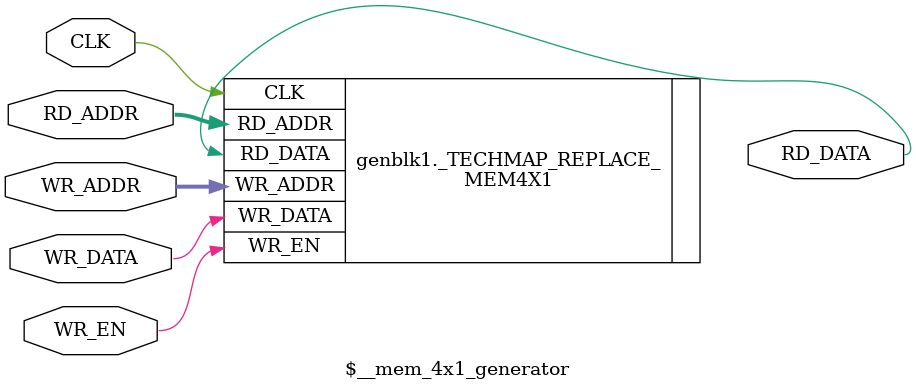
<source format=v>

module \$mem (RD_CLK, RD_EN, RD_ADDR, RD_DATA, WR_CLK, WR_EN, WR_ADDR, WR_DATA);
	parameter MEMID = "";
	parameter SIZE = 256;
	parameter OFFSET = 0;
	parameter ABITS = 8;
	parameter WIDTH = 8;
	parameter signed INIT = 1'bx;

	parameter RD_PORTS = 1;
	parameter RD_CLK_ENABLE = 1'b1;
	parameter RD_CLK_POLARITY = 1'b1;
	parameter RD_TRANSPARENT = 1'b1;

	parameter WR_PORTS = 1;
	parameter WR_CLK_ENABLE = 1'b1;
	parameter WR_CLK_POLARITY = 1'b1;

	input [RD_PORTS-1:0] RD_CLK;
	input [RD_PORTS-1:0] RD_EN;
	input [RD_PORTS*ABITS-1:0] RD_ADDR;
	output reg [RD_PORTS*WIDTH-1:0] RD_DATA;

	input [WR_PORTS-1:0] WR_CLK;
	input [WR_PORTS*WIDTH-1:0] WR_EN;
	input [WR_PORTS*ABITS-1:0] WR_ADDR;
	input [WR_PORTS*WIDTH-1:0] WR_DATA;

	wire [1023:0] _TECHMAP_DO_ = "proc; clean";

	parameter _TECHMAP_CONNMAP_RD_CLK_ = 0;
	parameter _TECHMAP_CONNMAP_WR_CLK_ = 0;

	parameter _TECHMAP_CONSTVAL_RD_EN_ = 0;

	parameter _TECHMAP_BITS_CONNMAP_ = 0;
	parameter _TECHMAP_CONNMAP_WR_EN_ = 0;

	reg _TECHMAP_FAIL_;
	integer k;
	initial begin
		_TECHMAP_FAIL_ <= 0;

		// no initialized memories
		if (INIT !== 1'bx)
			_TECHMAP_FAIL_ <= 1;

		// only map cells with only one read and one write port
		if (RD_PORTS > 1 || WR_PORTS > 1)
			_TECHMAP_FAIL_ <= 1;

		// read enable must be constant high
		if (_TECHMAP_CONSTVAL_RD_EN_[0] !== 1'b1)
			_TECHMAP_FAIL_ <= 1;

		// we expect positive read clock and non-transparent reads
		if (RD_TRANSPARENT || !RD_CLK_ENABLE || !RD_CLK_POLARITY)
			_TECHMAP_FAIL_ <= 1;

		// we expect positive write clock
		if (!WR_CLK_ENABLE || !WR_CLK_POLARITY)
			_TECHMAP_FAIL_ <= 1;

		// only one global write enable bit is supported
		for (k = 1; k < WR_PORTS*WIDTH; k = k+1)
			if (_TECHMAP_CONNMAP_WR_EN_[0 +: _TECHMAP_BITS_CONNMAP_] !=
					_TECHMAP_CONNMAP_WR_EN_[k*_TECHMAP_BITS_CONNMAP_ +: _TECHMAP_BITS_CONNMAP_])
				_TECHMAP_FAIL_ <= 1;

		// read and write must be in same clock domain
		if (_TECHMAP_CONNMAP_RD_CLK_ != _TECHMAP_CONNMAP_WR_CLK_)
			_TECHMAP_FAIL_ <= 1;

		// we don't do small memories or memories with offsets
		if (OFFSET != 0 || ABITS < 4 || SIZE < 16)
			_TECHMAP_FAIL_ <= 1;
	end

	genvar i;
	generate
	  for (i = 0; i < WIDTH; i=i+1) begin:slice
		\$__mem_4x1_generator #(
			.ABITS(ABITS),
			.SIZE(SIZE)
		) bit_slice (
			.CLK(RD_CLK),
			.RD_ADDR(RD_ADDR),
			.RD_DATA(RD_DATA[i]),
			.WR_ADDR(WR_ADDR),
			.WR_DATA(WR_DATA[i]),
			.WR_EN(WR_EN[0])
		);
	  end
	endgenerate
endmodule

module \$__mem_4x1_generator (CLK, RD_ADDR, RD_DATA, WR_ADDR, WR_DATA, WR_EN);
	parameter ABITS = 4;
	parameter SIZE = 16;

	input CLK, WR_DATA, WR_EN;
	input [ABITS-1:0] RD_ADDR, WR_ADDR;
	output RD_DATA;

	wire [1023:0] _TECHMAP_DO_ = "proc; clean";

	generate
	  if (ABITS > 4) begin
	  	wire high_rd_data, low_rd_data;
	  	if (SIZE > 2**(ABITS-1)) begin
			\$__mem_4x1_generator #(
				.ABITS(ABITS-1),
				.SIZE(SIZE - 2**(ABITS-1))
			) part_high (
				.CLK(CLK),
				.RD_ADDR(RD_ADDR[ABITS-2:0]),
				.RD_DATA(high_rd_data),
				.WR_ADDR(WR_ADDR[ABITS-2:0]),
				.WR_DATA(WR_DATA),
				.WR_EN(WR_EN && WR_ADDR[ABITS-1])
			);
		end else begin
			assign high_rd_data = 1'bx;
		end
		\$__mem_4x1_generator #(
			.ABITS(ABITS-1),
			.SIZE(SIZE > 2**(ABITS-1) ? 2**(ABITS-1) : SIZE)
		) part_low (
			.CLK(CLK),
			.RD_ADDR(RD_ADDR[ABITS-2:0]),
			.RD_DATA(low_rd_data),
			.WR_ADDR(WR_ADDR[ABITS-2:0]),
			.WR_DATA(WR_DATA),
			.WR_EN(WR_EN && !WR_ADDR[ABITS-1])
		);
		reg delayed_abit;
		always @(posedge CLK)
			delayed_abit <= RD_ADDR[ABITS-1];
		assign RD_DATA = delayed_abit ? high_rd_data : low_rd_data;
	  end else begin
	  	MEM4X1 _TECHMAP_REPLACE_ (
			.CLK(CLK),
			.RD_ADDR(RD_ADDR),
			.RD_DATA(RD_DATA),
			.WR_ADDR(WR_ADDR),
			.WR_DATA(WR_DATA),
			.WR_EN(WR_EN)
		);
	  end
	endgenerate
endmodule


</source>
